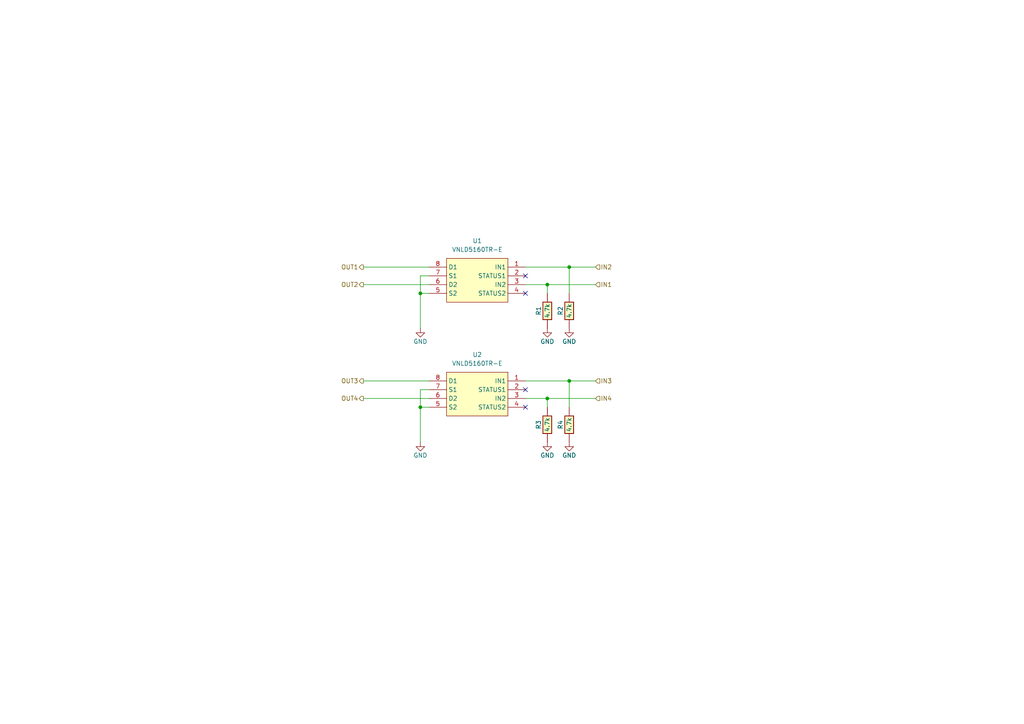
<source format=kicad_sch>
(kicad_sch (version 20231120) (generator "eeschema") (generator_version "8.0")
  (paper "A4")
  (lib_symbols
    (symbol "chips:VNLD5160"
      (property "Reference" "U" (at 6.35 3.81 0))
      (property "Value" "VNLD5160TR-E" (at 12.7 -11.43 0))
      (symbol "VNLD5160_1_1"
        (rectangle (start 5.08 2.54) (end 22.86 -10.16) (fill (type background)))
        (pin input line (at 0 0 0) (length 5.08) (name "IN1") (number "1"))
        (pin open_collector line (at 0 -2.54 0) (length 5.08) (name "STATUS1") (number "2"))
        (pin input line (at 0 -5.08 0) (length 5.08) (name "IN2") (number "3"))
        (pin open_collector line (at 0 -7.62 0) (length 5.08) (name "STATUS2") (number "4"))
        (pin power_in line (at 27.94 -7.62 180) (length 5.08) (name "S2") (number "5"))
        (pin power_out line (at 27.94 -5.08 180) (length 5.08) (name "D2") (number "6"))
        (pin power_in line (at 27.94 -2.54 180) (length 5.08) (name "S1") (number "7"))
        (pin power_out line (at 27.94 0 180) (length 5.08) (name "D1") (number "8"))
      )
    )
    (symbol "hellen-one-common:Res" (pin_numbers hide)
      (property "Reference" "R" (at 3.81 2.54 0))
      (property "Value" "Res" (at 5.08 -2.54 0))
      (symbol "Res_1_0"
        (rectangle (start 2.54 -1.27) (end 7.62 1.27) (stroke (width 0.254)) (fill (type background)))
        (pin passive line (at 0 0 0) (length 2.54) (name "") (number "1"))
        (pin passive line (at 10.16 0 180) (length 2.54) (name "") (number "2"))
      )
    )
    (symbol "power:GND" (power) (pin_numbers hide) (pin_names (offset 0) hide)
      (property "Value" "GND" (at 0 -3.81 0))
      (symbol "GND_0_1"
        (polyline (pts (xy 0 0) (xy 0 -1.27) (xy 1.27 -1.27) (xy 0 -2.54) (xy -1.27 -1.27) (xy 0 -1.27)))
      )
      (symbol "GND_1_1"
        (pin power_in line (at 0 0 270) (length 0) (name "~") (number "1"))
      )
    )
  )
  (junction (at 158.75 82.55))
  (junction (at 121.92 85.09))
  (junction (at 158.75 115.57))
  (junction (at 165.1 110.49))
  (junction (at 165.1 77.47))
  (junction (at 121.92 118.11))
  (no_connect (at 152.4 80.01))
  (no_connect (at 152.4 85.09))
  (no_connect (at 152.4 118.11))
  (no_connect (at 152.4 113.03))
  (wire (pts (xy 121.92 80.01) (xy 121.92 85.09)))
  (wire (pts (xy 165.1 110.49) (xy 172.72 110.49)))
  (wire (pts (xy 165.1 110.49) (xy 165.1 118.11)))
  (wire (pts (xy 165.1 77.47) (xy 172.72 77.47)))
  (wire (pts (xy 121.92 85.09) (xy 124.46 85.09)))
  (wire (pts (xy 165.1 77.47) (xy 165.1 85.09)))
  (wire (pts (xy 121.92 113.03) (xy 121.92 118.11)))
  (wire (pts (xy 152.4 110.49) (xy 165.1 110.49)))
  (wire (pts (xy 121.92 85.09) (xy 121.92 95.25)))
  (wire (pts (xy 105.41 82.55) (xy 124.46 82.55)))
  (wire (pts (xy 158.75 82.55) (xy 158.75 85.09)))
  (wire (pts (xy 158.75 115.57) (xy 158.75 118.11)))
  (wire (pts (xy 158.75 115.57) (xy 172.72 115.57)))
  (wire (pts (xy 105.41 110.49) (xy 124.46 110.49)))
  (wire (pts (xy 121.92 118.11) (xy 121.92 128.27)))
  (wire (pts (xy 105.41 77.47) (xy 124.46 77.47)))
  (wire (pts (xy 158.75 82.55) (xy 172.72 82.55)))
  (wire (pts (xy 152.4 77.47) (xy 165.1 77.47)))
  (wire (pts (xy 152.4 82.55) (xy 158.75 82.55)))
  (wire (pts (xy 121.92 113.03) (xy 124.46 113.03)))
  (wire (pts (xy 105.41 115.57) (xy 124.46 115.57)))
  (wire (pts (xy 121.92 118.11) (xy 124.46 118.11)))
  (wire (pts (xy 152.4 115.57) (xy 158.75 115.57)))
  (wire (pts (xy 121.92 80.01) (xy 124.46 80.01)))
  (hierarchical_label "OUT3" (shape output) (at 105.41 110.49 180))
  (hierarchical_label "OUT2" (shape output) (at 105.41 82.55 180))
  (hierarchical_label "IN2" (shape input) (at 172.72 77.47 0))
  (hierarchical_label "OUT4" (shape output) (at 105.41 115.57 180))
  (hierarchical_label "OUT1" (shape output) (at 105.41 77.47 180))
  (hierarchical_label "IN4" (shape input) (at 172.72 115.57 0))
  (hierarchical_label "IN3" (shape input) (at 172.72 110.49 0))
  (hierarchical_label "IN1" (shape input) (at 172.72 82.55 0))
  (symbol (lib_id "power:GND") (at 165.1 95.25 0) (mirror y) (unit 1)
    (property "Reference" "#PWR5" (effects (hide yes)))
    (property "Value" "GND" (at 165.1 99.06 0))
    (property "Description" "Power symbol creates a global label with name \"GND\" , ground" (effects (hide yes)))
  )
  (symbol (lib_id "hellen-one-common:Res") (at 165.1 95.25 90) (unit 1)
    (property "Reference" "R2" (at 162.56 90.17 0))
    (property "Value" "4.7k" (at 165.1 90.17 0))
    (property "Footprint" "footprints:R0603" (effects (hide yes)))
    (property "LCSC" "C23162" (effects (hide yes)))
  )
  (symbol (lib_id "chips:VNLD5160") (at 152.4 110.49 0) (mirror y) (unit 1)
    (property "Reference" "U2" (at 138.43 102.87 0))
    (property "Value" "VNLD5160TR-E" (at 138.43 105.41 0))
    (property "Footprint" "Package_SO:SOIC-8_3.9x4.9mm_P1.27mm" (effects (hide yes)))
    (property "LCSC" "C377942" (effects (hide yes)))
  )
  (symbol (lib_id "hellen-one-common:Res") (at 158.75 95.25 90) (unit 1)
    (property "Reference" "R1" (at 156.21 90.17 0))
    (property "Value" "4.7k" (at 158.75 90.17 0))
    (property "Footprint" "footprints:R0603" (effects (hide yes)))
    (property "LCSC" "C23162" (effects (hide yes)))
  )
  (symbol (lib_id "power:GND") (at 158.75 128.27 0) (mirror y) (unit 1)
    (property "Reference" "#PWR2" (effects (hide yes)))
    (property "Value" "GND" (at 158.75 132.08 0))
    (property "Description" "Power symbol creates a global label with name \"GND\" , ground" (effects (hide yes)))
  )
  (symbol (lib_id "power:GND") (at 158.75 95.25 0) (mirror y) (unit 1)
    (property "Reference" "#PWR4" (effects (hide yes)))
    (property "Value" "GND" (at 158.75 99.06 0))
    (property "Description" "Power symbol creates a global label with name \"GND\" , ground" (effects (hide yes)))
  )
  (symbol (lib_id "hellen-one-common:Res") (at 165.1 128.27 90) (unit 1)
    (property "Reference" "R4" (at 162.56 123.19 0))
    (property "Value" "4.7k" (at 165.1 123.19 0))
    (property "Footprint" "footprints:R0603" (effects (hide yes)))
    (property "LCSC" "C23162" (effects (hide yes)))
  )
  (symbol (lib_id "hellen-one-common:Res") (at 158.75 128.27 90) (unit 1)
    (property "Reference" "R3" (at 156.21 123.19 0))
    (property "Value" "4.7k" (at 158.75 123.19 0))
    (property "Footprint" "footprints:R0603" (effects (hide yes)))
    (property "LCSC" "C23162" (effects (hide yes)))
  )
  (symbol (lib_id "power:GND") (at 121.92 95.25 0) (mirror y) (unit 1)
    (property "Reference" "#PWR3" (effects (hide yes)))
    (property "Value" "GND" (at 121.92 99.06 0))
    (property "Description" "Power symbol creates a global label with name \"GND\" , ground" (effects (hide yes)))
  )
  (symbol (lib_id "power:GND") (at 165.1 128.27 0) (mirror y) (unit 1)
    (property "Reference" "#PWR6" (effects (hide yes)))
    (property "Value" "GND" (at 165.1 132.08 0))
    (property "Description" "Power symbol creates a global label with name \"GND\" , ground" (effects (hide yes)))
  )
  (symbol (lib_id "chips:VNLD5160") (at 152.4 77.47 0) (mirror y) (unit 1)
    (property "Reference" "U1" (at 138.43 69.85 0))
    (property "Value" "VNLD5160TR-E" (at 138.43 72.39 0))
    (property "Footprint" "Package_SO:SOIC-8_3.9x4.9mm_P1.27mm" (effects (hide yes)))
    (property "LCSC" "C377942" (effects (hide yes)))
  )
  (symbol (lib_id "power:GND") (at 121.92 128.27 0) (mirror y) (unit 1)
    (property "Reference" "#PWR1" (effects (hide yes)))
    (property "Value" "GND" (at 121.92 132.08 0))
    (property "Description" "Power symbol creates a global label with name \"GND\" , ground" (effects (hide yes)))
  )
)
</source>
